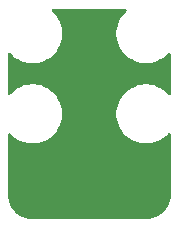
<source format=gbr>
%TF.GenerationSoftware,KiCad,Pcbnew,9.0.3*%
%TF.CreationDate,2025-08-14T12:49:38-04:00*%
%TF.ProjectId,rotour_mt6701_breakout,726f746f-7572-45f6-9d74-363730315f62,rev?*%
%TF.SameCoordinates,Original*%
%TF.FileFunction,Copper,L2,Bot*%
%TF.FilePolarity,Positive*%
%FSLAX46Y46*%
G04 Gerber Fmt 4.6, Leading zero omitted, Abs format (unit mm)*
G04 Created by KiCad (PCBNEW 9.0.3) date 2025-08-14 12:49:38*
%MOMM*%
%LPD*%
G01*
G04 APERTURE LIST*
%TA.AperFunction,ViaPad*%
%ADD10C,0.600000*%
%TD*%
G04 APERTURE END LIST*
D10*
%TO.N,GND*%
X144000000Y-84600000D03*
X146000000Y-95500000D03*
X144000000Y-95500000D03*
X142000000Y-95500000D03*
X144200000Y-83300000D03*
%TD*%
%TA.AperFunction,Conductor*%
%TO.N,GND*%
G36*
X148134866Y-81320185D02*
G01*
X148180621Y-81372989D01*
X148190565Y-81442147D01*
X148161540Y-81505703D01*
X148145140Y-81521447D01*
X148131175Y-81532583D01*
X147932583Y-81731175D01*
X147757476Y-81950753D01*
X147608053Y-82188557D01*
X147486200Y-82441588D01*
X147393443Y-82706670D01*
X147393439Y-82706682D01*
X147330945Y-82980487D01*
X147330942Y-82980505D01*
X147299500Y-83259568D01*
X147299500Y-83540431D01*
X147330942Y-83819494D01*
X147330945Y-83819512D01*
X147393439Y-84093317D01*
X147393443Y-84093329D01*
X147486200Y-84358411D01*
X147608053Y-84611442D01*
X147608055Y-84611445D01*
X147757477Y-84849248D01*
X147885221Y-85009434D01*
X147932581Y-85068822D01*
X147932584Y-85068825D01*
X148131175Y-85267416D01*
X148350752Y-85442523D01*
X148588555Y-85591945D01*
X148841592Y-85713801D01*
X149040680Y-85783465D01*
X149106670Y-85806556D01*
X149106682Y-85806560D01*
X149380491Y-85869055D01*
X149380497Y-85869055D01*
X149380505Y-85869057D01*
X149566547Y-85890018D01*
X149659569Y-85900499D01*
X149659572Y-85900500D01*
X149659575Y-85900500D01*
X149940428Y-85900500D01*
X149940429Y-85900499D01*
X150083055Y-85884429D01*
X150219494Y-85869057D01*
X150219499Y-85869056D01*
X150219509Y-85869055D01*
X150493318Y-85806560D01*
X150758408Y-85713801D01*
X151011445Y-85591945D01*
X151249248Y-85442523D01*
X151468825Y-85267416D01*
X151667416Y-85068825D01*
X151678552Y-85054861D01*
X151735740Y-85014721D01*
X151805552Y-85011871D01*
X151865822Y-85047216D01*
X151897415Y-85109535D01*
X151899499Y-85132174D01*
X151899499Y-88467825D01*
X151879814Y-88534864D01*
X151827010Y-88580619D01*
X151757852Y-88590563D01*
X151694296Y-88561538D01*
X151678554Y-88545140D01*
X151667420Y-88531179D01*
X151468824Y-88332583D01*
X151413060Y-88288113D01*
X151249248Y-88157477D01*
X151011445Y-88008055D01*
X151011442Y-88008053D01*
X150758411Y-87886200D01*
X150493329Y-87793443D01*
X150493317Y-87793439D01*
X150219512Y-87730945D01*
X150219494Y-87730942D01*
X149940431Y-87699500D01*
X149940425Y-87699500D01*
X149659575Y-87699500D01*
X149659568Y-87699500D01*
X149380505Y-87730942D01*
X149380487Y-87730945D01*
X149106682Y-87793439D01*
X149106670Y-87793443D01*
X148841588Y-87886200D01*
X148588557Y-88008053D01*
X148350753Y-88157476D01*
X148131175Y-88332583D01*
X147932583Y-88531175D01*
X147757476Y-88750753D01*
X147608053Y-88988557D01*
X147486200Y-89241588D01*
X147393443Y-89506670D01*
X147393439Y-89506682D01*
X147330945Y-89780487D01*
X147330942Y-89780505D01*
X147299500Y-90059568D01*
X147299500Y-90340431D01*
X147330942Y-90619494D01*
X147330945Y-90619512D01*
X147393439Y-90893317D01*
X147393443Y-90893329D01*
X147486200Y-91158411D01*
X147608053Y-91411442D01*
X147608055Y-91411445D01*
X147757477Y-91649248D01*
X147885221Y-91809434D01*
X147932581Y-91868822D01*
X147932584Y-91868825D01*
X148131175Y-92067416D01*
X148350752Y-92242523D01*
X148588555Y-92391945D01*
X148841592Y-92513801D01*
X149040680Y-92583465D01*
X149106670Y-92606556D01*
X149106682Y-92606560D01*
X149380491Y-92669055D01*
X149380497Y-92669055D01*
X149380505Y-92669057D01*
X149566547Y-92690018D01*
X149659569Y-92700499D01*
X149659572Y-92700500D01*
X149659575Y-92700500D01*
X149940428Y-92700500D01*
X149940429Y-92700499D01*
X150083055Y-92684429D01*
X150219494Y-92669057D01*
X150219499Y-92669056D01*
X150219509Y-92669055D01*
X150493318Y-92606560D01*
X150758408Y-92513801D01*
X151011445Y-92391945D01*
X151249248Y-92242523D01*
X151468825Y-92067416D01*
X151667416Y-91868825D01*
X151678550Y-91854862D01*
X151735738Y-91814722D01*
X151805550Y-91811872D01*
X151865820Y-91847217D01*
X151897414Y-91909535D01*
X151899498Y-91932175D01*
X151899498Y-96995948D01*
X151899232Y-97004058D01*
X151882067Y-97265929D01*
X151879950Y-97282010D01*
X151829544Y-97535419D01*
X151825346Y-97551087D01*
X151742296Y-97795744D01*
X151736089Y-97810729D01*
X151621812Y-98042459D01*
X151613702Y-98056505D01*
X151470158Y-98271335D01*
X151460284Y-98284204D01*
X151289927Y-98478459D01*
X151278458Y-98489928D01*
X151084203Y-98660285D01*
X151071334Y-98670159D01*
X150856504Y-98813703D01*
X150842458Y-98821813D01*
X150610728Y-98936090D01*
X150595743Y-98942297D01*
X150351086Y-99025347D01*
X150335418Y-99029545D01*
X150082015Y-99079950D01*
X150065934Y-99082068D01*
X149958850Y-99089086D01*
X149804007Y-99099235D01*
X149795904Y-99099500D01*
X140204052Y-99099500D01*
X140195942Y-99099234D01*
X139934070Y-99082069D01*
X139917989Y-99079952D01*
X139664579Y-99029546D01*
X139648911Y-99025348D01*
X139404254Y-98942298D01*
X139389269Y-98936091D01*
X139157539Y-98821814D01*
X139143493Y-98813704D01*
X138928663Y-98670160D01*
X138915794Y-98660286D01*
X138721539Y-98489929D01*
X138710070Y-98478460D01*
X138539713Y-98284205D01*
X138529839Y-98271336D01*
X138386295Y-98056506D01*
X138378185Y-98042460D01*
X138263908Y-97810730D01*
X138257704Y-97795752D01*
X138174648Y-97551077D01*
X138170453Y-97535420D01*
X138160561Y-97485691D01*
X138120046Y-97282005D01*
X138117931Y-97265949D01*
X138100764Y-97004028D01*
X138100500Y-96995948D01*
X138100500Y-91932172D01*
X138120185Y-91865133D01*
X138172989Y-91819378D01*
X138242147Y-91809434D01*
X138305703Y-91838459D01*
X138321449Y-91854862D01*
X138332581Y-91868822D01*
X138332583Y-91868824D01*
X138332584Y-91868825D01*
X138531175Y-92067416D01*
X138750752Y-92242523D01*
X138988555Y-92391945D01*
X139241592Y-92513801D01*
X139440680Y-92583465D01*
X139506670Y-92606556D01*
X139506682Y-92606560D01*
X139780491Y-92669055D01*
X139780497Y-92669055D01*
X139780505Y-92669057D01*
X139966547Y-92690018D01*
X140059569Y-92700499D01*
X140059572Y-92700500D01*
X140059575Y-92700500D01*
X140340428Y-92700500D01*
X140340429Y-92700499D01*
X140483055Y-92684429D01*
X140619494Y-92669057D01*
X140619499Y-92669056D01*
X140619509Y-92669055D01*
X140893318Y-92606560D01*
X141158408Y-92513801D01*
X141411445Y-92391945D01*
X141649248Y-92242523D01*
X141868825Y-92067416D01*
X142067416Y-91868825D01*
X142242523Y-91649248D01*
X142391945Y-91411445D01*
X142513801Y-91158408D01*
X142606560Y-90893318D01*
X142669055Y-90619509D01*
X142700500Y-90340425D01*
X142700500Y-90059575D01*
X142669055Y-89780491D01*
X142606560Y-89506682D01*
X142513801Y-89241592D01*
X142391945Y-88988555D01*
X142242523Y-88750752D01*
X142067416Y-88531175D01*
X141868825Y-88332584D01*
X141649248Y-88157477D01*
X141411445Y-88008055D01*
X141411442Y-88008053D01*
X141158411Y-87886200D01*
X140893329Y-87793443D01*
X140893317Y-87793439D01*
X140619512Y-87730945D01*
X140619494Y-87730942D01*
X140340431Y-87699500D01*
X140340425Y-87699500D01*
X140059575Y-87699500D01*
X140059568Y-87699500D01*
X139780505Y-87730942D01*
X139780487Y-87730945D01*
X139506682Y-87793439D01*
X139506670Y-87793443D01*
X139241588Y-87886200D01*
X138988557Y-88008053D01*
X138750753Y-88157476D01*
X138531175Y-88332583D01*
X138332583Y-88531175D01*
X138321447Y-88545140D01*
X138264258Y-88585280D01*
X138194446Y-88588130D01*
X138134177Y-88552784D01*
X138102584Y-88490465D01*
X138100500Y-88467827D01*
X138100500Y-85132172D01*
X138120185Y-85065133D01*
X138172989Y-85019378D01*
X138242147Y-85009434D01*
X138305703Y-85038459D01*
X138321449Y-85054862D01*
X138332581Y-85068822D01*
X138332583Y-85068824D01*
X138332584Y-85068825D01*
X138531175Y-85267416D01*
X138750752Y-85442523D01*
X138988555Y-85591945D01*
X139241592Y-85713801D01*
X139440680Y-85783465D01*
X139506670Y-85806556D01*
X139506682Y-85806560D01*
X139780491Y-85869055D01*
X139780497Y-85869055D01*
X139780505Y-85869057D01*
X139966547Y-85890018D01*
X140059569Y-85900499D01*
X140059572Y-85900500D01*
X140059575Y-85900500D01*
X140340428Y-85900500D01*
X140340429Y-85900499D01*
X140483055Y-85884429D01*
X140619494Y-85869057D01*
X140619499Y-85869056D01*
X140619509Y-85869055D01*
X140893318Y-85806560D01*
X141158408Y-85713801D01*
X141411445Y-85591945D01*
X141649248Y-85442523D01*
X141868825Y-85267416D01*
X142067416Y-85068825D01*
X142242523Y-84849248D01*
X142391945Y-84611445D01*
X142513801Y-84358408D01*
X142606560Y-84093318D01*
X142669055Y-83819509D01*
X142700500Y-83540425D01*
X142700500Y-83259575D01*
X142669055Y-82980491D01*
X142606560Y-82706682D01*
X142513801Y-82441592D01*
X142391945Y-82188555D01*
X142242523Y-81950752D01*
X142067416Y-81731175D01*
X141868825Y-81532584D01*
X141854860Y-81521447D01*
X141814720Y-81464258D01*
X141811870Y-81394446D01*
X141847216Y-81334177D01*
X141909535Y-81302584D01*
X141932173Y-81300500D01*
X148067827Y-81300500D01*
X148134866Y-81320185D01*
G37*
%TD.AperFunction*%
%TD*%
M02*

</source>
